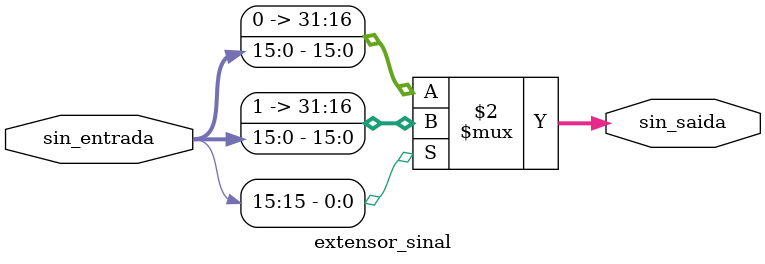
<source format=v>
module extensor_sinal (sin_entrada, sin_saida);

input [15:0] sin_entrada;

output wire [31:0] sin_saida;


assign sin_saida = sin_entrada[15] == 0 ? {16'b0000000000000000, sin_entrada}: {16'b1111111111111111, sin_entrada};

endmodule 

</source>
